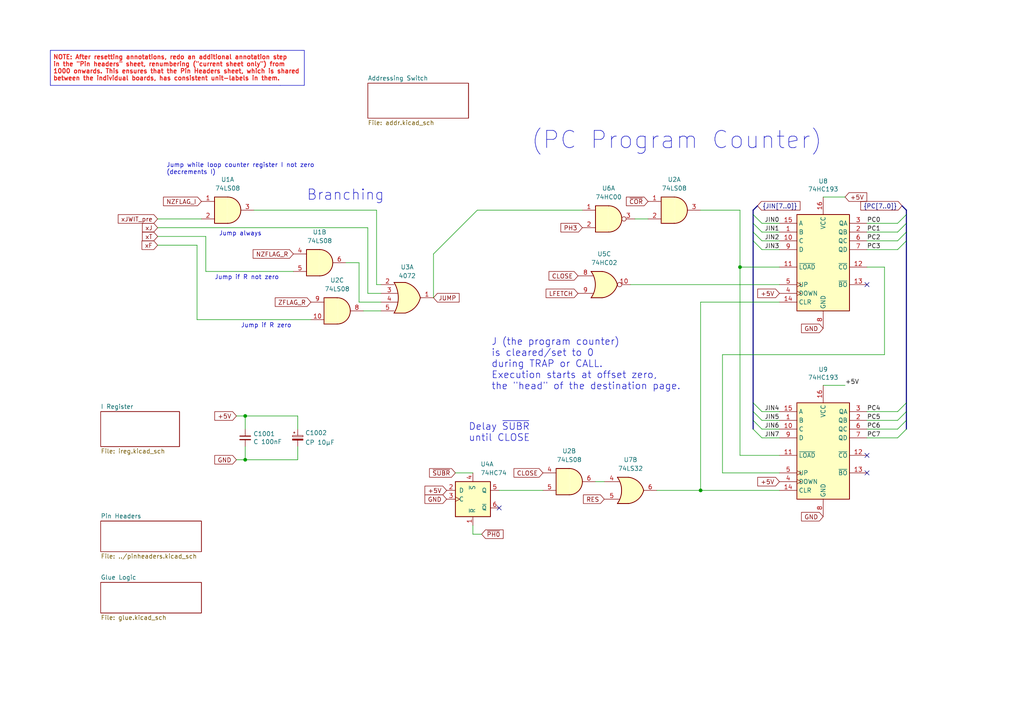
<source format=kicad_sch>
(kicad_sch (version 20231120) (generator "eeschema") (generator_version "8.0")
  (paper "A4")
  (title_block (title "Myth Microcontroller Project") (date "2024-09-21") (rev "1") (company "Picwok.com") (comment 1 "Project Contact: mim@ok-schalter.de (Michael)") (comment 2 "Author: Copyr. 2024 Michael Mangelsdorf/Dosflange@github") (comment 3 "Counters Module") (comment 4 "Main Sheet"))
  (lib_symbols
    (symbol "4xxx:4072" (pin_names (offset 1.016))
      (property "Reference" "U" (at 0 1.27 0))
      (property "Value" "4072" (at 0 -1.27 0))
      (symbol "4072_1_1"
        (arc (start -3.81 -4.445) (mid -2.5908 0) (end -3.81 4.445) (stroke (width 0.254)))
        (arc (start -0.6096 -4.445) (mid 2.2246 -2.8422) (end 3.81 0) (stroke (width 0.254)) (fill (type background)))
        (polyline (pts (xy -3.81 -4.445) (xy -0.635 -4.445)) (stroke (width 0.254)) (fill (type background)))
        (polyline (pts (xy -3.81 4.445) (xy -0.635 4.445)) (stroke (width 0.254)) (fill (type background)))
        (polyline (pts (xy -0.635 4.445) (xy -3.81 4.445) (xy -3.81 4.445) (xy -3.6322 4.0894) (xy -3.0988 2.921) (xy -2.7686 1.6764) (xy -2.6162 0.4318) (xy -2.6416 -0.8636) (xy -2.8702 -2.1082) (xy -3.2512 -3.3274) (xy -3.81 -4.445) (xy -3.81 -4.445) (xy -0.635 -4.445)) (stroke (width -25.4)) (fill (type background)))
        (arc (start 3.81 0) (mid 2.2204 2.8379) (end -0.6096 4.445) (stroke (width 0.254)) (fill (type background)))
        (pin output line (at 7.62 0 180) (length 3.81) (name "~") (number "1"))
        (pin input line (at -7.62 3.81 0) (length 3.81) (name "~") (number "2"))
        (pin input line (at -7.62 1.27 0) (length 4.826) (name "~") (number "3"))
        (pin input line (at -7.62 -1.27 0) (length 4.826) (name "~") (number "4"))
        (pin input line (at -7.62 -3.81 0) (length 3.81) (name "~") (number "5"))
      )
      (symbol "4072_1_2"
        (arc (start -0.635 -4.445) (mid 3.7907 0) (end -0.635 4.445) (stroke (width 0.254)) (fill (type background)))
        (polyline (pts (xy -0.635 4.445) (xy -3.81 4.445) (xy -3.81 -4.445) (xy -0.635 -4.445)) (stroke (width 0.254)) (fill (type background)))
        (pin output inverted (at 7.62 0 180) (length 3.81) (name "~") (number "1"))
        (pin input inverted (at -7.62 3.81 0) (length 3.81) (name "~") (number "2"))
        (pin input inverted (at -7.62 1.27 0) (length 3.81) (name "~") (number "3"))
        (pin input inverted (at -7.62 -1.27 0) (length 3.81) (name "~") (number "4"))
        (pin input inverted (at -7.62 -3.81 0) (length 3.81) (name "~") (number "5"))
      )
      (symbol "4072_2_1"
        (arc (start -3.81 -4.445) (mid -2.5908 0) (end -3.81 4.445) (stroke (width 0.254)))
        (arc (start -0.6096 -4.445) (mid 2.2246 -2.8422) (end 3.81 0) (stroke (width 0.254)) (fill (type background)))
        (polyline (pts (xy -3.81 -4.445) (xy -0.635 -4.445)) (stroke (width 0.254)) (fill (type background)))
        (polyline (pts (xy -3.81 4.445) (xy -0.635 4.445)) (stroke (width 0.254)) (fill (type background)))
        (polyline (pts (xy -0.635 4.445) (xy -3.81 4.445) (xy -3.81 4.445) (xy -3.6322 4.0894) (xy -3.0988 2.921) (xy -2.7686 1.6764) (xy -2.6162 0.4318) (xy -2.6416 -0.8636) (xy -2.8702 -2.1082) (xy -3.2512 -3.3274) (xy -3.81 -4.445) (xy -3.81 -4.445) (xy -0.635 -4.445)) (stroke (width -25.4)) (fill (type background)))
        (arc (start 3.81 0) (mid 2.2204 2.8379) (end -0.6096 4.445) (stroke (width 0.254)) (fill (type background)))
        (pin input line (at -7.62 1.27 0) (length 4.826) (name "~") (number "10"))
        (pin input line (at -7.62 -1.27 0) (length 4.826) (name "~") (number "11"))
        (pin input line (at -7.62 -3.81 0) (length 3.81) (name "~") (number "12"))
        (pin output line (at 7.62 0 180) (length 3.81) (name "~") (number "13"))
        (pin input line (at -7.62 3.81 0) (length 3.81) (name "~") (number "9"))
      )
      (symbol "4072_2_2"
        (arc (start -0.635 -4.445) (mid 3.7907 0) (end -0.635 4.445) (stroke (width 0.254)) (fill (type background)))
        (polyline (pts (xy -0.635 4.445) (xy -3.81 4.445) (xy -3.81 -4.445) (xy -0.635 -4.445)) (stroke (width 0.254)) (fill (type background)))
        (pin input inverted (at -7.62 1.27 0) (length 3.81) (name "~") (number "10"))
        (pin input inverted (at -7.62 -1.27 0) (length 3.81) (name "~") (number "11"))
        (pin input inverted (at -7.62 -3.81 0) (length 3.81) (name "~") (number "12"))
        (pin output inverted (at 7.62 0 180) (length 3.81) (name "~") (number "13"))
        (pin input inverted (at -7.62 3.81 0) (length 3.81) (name "~") (number "9"))
      )
      (symbol "4072_3_0"
        (pin power_in line (at 0 12.7 270) (length 5.08) (name "VDD") (number "14"))
        (pin power_in line (at 0 -12.7 90) (length 5.08) (name "VSS") (number "7"))
      )
      (symbol "4072_3_1"
        (rectangle (start -5.08 7.62) (end 5.08 -7.62) (stroke (width 0.254)) (fill (type background)))
      )
    )
    (symbol "74xx:74HC00" (pin_names (offset 1.016))
      (property "Reference" "U" (at 0 1.27 0))
      (property "Value" "74HC00" (at 0 -1.27 0))
      (symbol "74HC00_1_1"
        (arc (start 0 -3.81) (mid 3.7934 0) (end 0 3.81) (stroke (width 0.254)) (fill (type background)))
        (polyline (pts (xy 0 3.81) (xy -3.81 3.81) (xy -3.81 -3.81) (xy 0 -3.81)) (stroke (width 0.254)) (fill (type background)))
        (pin input line (at -7.62 2.54 0) (length 3.81) (name "~") (number "1"))
        (pin input line (at -7.62 -2.54 0) (length 3.81) (name "~") (number "2"))
        (pin output inverted (at 7.62 0 180) (length 3.81) (name "~") (number "3"))
      )
      (symbol "74HC00_1_2"
        (arc (start -3.81 -3.81) (mid -2.589 0) (end -3.81 3.81) (stroke (width 0.254)))
        (arc (start -0.6096 -3.81) (mid 2.1842 -2.5851) (end 3.81 0) (stroke (width 0.254)) (fill (type background)))
        (polyline (pts (xy -3.81 -3.81) (xy -0.635 -3.81)) (stroke (width 0.254)) (fill (type background)))
        (polyline (pts (xy -3.81 3.81) (xy -0.635 3.81)) (stroke (width 0.254)) (fill (type background)))
        (polyline (pts (xy -0.635 3.81) (xy -3.81 3.81) (xy -3.81 3.81) (xy -3.556 3.4036) (xy -3.0226 2.2606) (xy -2.6924 1.0414) (xy -2.6162 -0.254) (xy -2.7686 -1.4986) (xy -3.175 -2.7178) (xy -3.81 -3.81) (xy -3.81 -3.81) (xy -0.635 -3.81)) (stroke (width -25.4)) (fill (type background)))
        (arc (start 3.81 0) (mid 2.1915 2.5936) (end -0.6096 3.81) (stroke (width 0.254)) (fill (type background)))
        (pin input inverted (at -7.62 2.54 0) (length 4.318) (name "~") (number "1"))
        (pin input inverted (at -7.62 -2.54 0) (length 4.318) (name "~") (number "2"))
        (pin output line (at 7.62 0 180) (length 3.81) (name "~") (number "3"))
      )
      (symbol "74HC00_2_1"
        (arc (start 0 -3.81) (mid 3.7934 0) (end 0 3.81) (stroke (width 0.254)) (fill (type background)))
        (polyline (pts (xy 0 3.81) (xy -3.81 3.81) (xy -3.81 -3.81) (xy 0 -3.81)) (stroke (width 0.254)) (fill (type background)))
        (pin input line (at -7.62 2.54 0) (length 3.81) (name "~") (number "4"))
        (pin input line (at -7.62 -2.54 0) (length 3.81) (name "~") (number "5"))
        (pin output inverted (at 7.62 0 180) (length 3.81) (name "~") (number "6"))
      )
      (symbol "74HC00_2_2"
        (arc (start -3.81 -3.81) (mid -2.589 0) (end -3.81 3.81) (stroke (width 0.254)))
        (arc (start -0.6096 -3.81) (mid 2.1842 -2.5851) (end 3.81 0) (stroke (width 0.254)) (fill (type background)))
        (polyline (pts (xy -3.81 -3.81) (xy -0.635 -3.81)) (stroke (width 0.254)) (fill (type background)))
        (polyline (pts (xy -3.81 3.81) (xy -0.635 3.81)) (stroke (width 0.254)) (fill (type background)))
        (polyline (pts (xy -0.635 3.81) (xy -3.81 3.81) (xy -3.81 3.81) (xy -3.556 3.4036) (xy -3.0226 2.2606) (xy -2.6924 1.0414) (xy -2.6162 -0.254) (xy -2.7686 -1.4986) (xy -3.175 -2.7178) (xy -3.81 -3.81) (xy -3.81 -3.81) (xy -0.635 -3.81)) (stroke (width -25.4)) (fill (type background)))
        (arc (start 3.81 0) (mid 2.1915 2.5936) (end -0.6096 3.81) (stroke (width 0.254)) (fill (type background)))
        (pin input inverted (at -7.62 2.54 0) (length 4.318) (name "~") (number "4"))
        (pin input inverted (at -7.62 -2.54 0) (length 4.318) (name "~") (number "5"))
        (pin output line (at 7.62 0 180) (length 3.81) (name "~") (number "6"))
      )
      (symbol "74HC00_3_1"
        (arc (start 0 -3.81) (mid 3.7934 0) (end 0 3.81) (stroke (width 0.254)) (fill (type background)))
        (polyline (pts (xy 0 3.81) (xy -3.81 3.81) (xy -3.81 -3.81) (xy 0 -3.81)) (stroke (width 0.254)) (fill (type background)))
        (pin input line (at -7.62 -2.54 0) (length 3.81) (name "~") (number "10"))
        (pin output inverted (at 7.62 0 180) (length 3.81) (name "~") (number "8"))
        (pin input line (at -7.62 2.54 0) (length 3.81) (name "~") (number "9"))
      )
      (symbol "74HC00_3_2"
        (arc (start -3.81 -3.81) (mid -2.589 0) (end -3.81 3.81) (stroke (width 0.254)))
        (arc (start -0.6096 -3.81) (mid 2.1842 -2.5851) (end 3.81 0) (stroke (width 0.254)) (fill (type background)))
        (polyline (pts (xy -3.81 -3.81) (xy -0.635 -3.81)) (stroke (width 0.254)) (fill (type background)))
        (polyline (pts (xy -3.81 3.81) (xy -0.635 3.81)) (stroke (width 0.254)) (fill (type background)))
        (polyline (pts (xy -0.635 3.81) (xy -3.81 3.81) (xy -3.81 3.81) (xy -3.556 3.4036) (xy -3.0226 2.2606) (xy -2.6924 1.0414) (xy -2.6162 -0.254) (xy -2.7686 -1.4986) (xy -3.175 -2.7178) (xy -3.81 -3.81) (xy -3.81 -3.81) (xy -0.635 -3.81)) (stroke (width -25.4)) (fill (type background)))
        (arc (start 3.81 0) (mid 2.1915 2.5936) (end -0.6096 3.81) (stroke (width 0.254)) (fill (type background)))
        (pin input inverted (at -7.62 -2.54 0) (length 4.318) (name "~") (number "10"))
        (pin output line (at 7.62 0 180) (length 3.81) (name "~") (number "8"))
        (pin input inverted (at -7.62 2.54 0) (length 4.318) (name "~") (number "9"))
      )
      (symbol "74HC00_4_1"
        (arc (start 0 -3.81) (mid 3.7934 0) (end 0 3.81) (stroke (width 0.254)) (fill (type background)))
        (polyline (pts (xy 0 3.81) (xy -3.81 3.81) (xy -3.81 -3.81) (xy 0 -3.81)) (stroke (width 0.254)) (fill (type background)))
        (pin output inverted (at 7.62 0 180) (length 3.81) (name "~") (number "11"))
        (pin input line (at -7.62 2.54 0) (length 3.81) (name "~") (number "12"))
        (pin input line (at -7.62 -2.54 0) (length 3.81) (name "~") (number "13"))
      )
      (symbol "74HC00_4_2"
        (arc (start -3.81 -3.81) (mid -2.589 0) (end -3.81 3.81) (stroke (width 0.254)))
        (arc (start -0.6096 -3.81) (mid 2.1842 -2.5851) (end 3.81 0) (stroke (width 0.254)) (fill (type background)))
        (polyline (pts (xy -3.81 -3.81) (xy -0.635 -3.81)) (stroke (width 0.254)) (fill (type background)))
        (polyline (pts (xy -3.81 3.81) (xy -0.635 3.81)) (stroke (width 0.254)) (fill (type background)))
        (polyline (pts (xy -0.635 3.81) (xy -3.81 3.81) (xy -3.81 3.81) (xy -3.556 3.4036) (xy -3.0226 2.2606) (xy -2.6924 1.0414) (xy -2.6162 -0.254) (xy -2.7686 -1.4986) (xy -3.175 -2.7178) (xy -3.81 -3.81) (xy -3.81 -3.81) (xy -0.635 -3.81)) (stroke (width -25.4)) (fill (type background)))
        (arc (start 3.81 0) (mid 2.1915 2.5936) (end -0.6096 3.81) (stroke (width 0.254)) (fill (type background)))
        (pin output line (at 7.62 0 180) (length 3.81) (name "~") (number "11"))
        (pin input inverted (at -7.62 2.54 0) (length 4.318) (name "~") (number "12"))
        (pin input inverted (at -7.62 -2.54 0) (length 4.318) (name "~") (number "13"))
      )
      (symbol "74HC00_5_0"
        (pin power_in line (at 0 12.7 270) (length 5.08) (name "VCC") (number "14"))
        (pin power_in line (at 0 -12.7 90) (length 5.08) (name "GND") (number "7"))
      )
      (symbol "74HC00_5_1"
        (rectangle (start -5.08 7.62) (end 5.08 -7.62) (stroke (width 0.254)) (fill (type background)))
      )
    )
    (symbol "74xx:74HC02" (pin_names (offset 1.016))
      (property "Reference" "U" (at 0 1.27 0))
      (property "Value" "74HC02" (at 0 -1.27 0))
      (symbol "74HC02_1_1"
        (arc (start -3.81 -3.81) (mid -2.589 0) (end -3.81 3.81) (stroke (width 0.254)))
        (arc (start -0.6096 -3.81) (mid 2.1842 -2.5851) (end 3.81 0) (stroke (width 0.254)) (fill (type background)))
        (polyline (pts (xy -3.81 -3.81) (xy -0.635 -3.81)) (stroke (width 0.254)) (fill (type background)))
        (polyline (pts (xy -3.81 3.81) (xy -0.635 3.81)) (stroke (width 0.254)) (fill (type background)))
        (polyline (pts (xy -0.635 3.81) (xy -3.81 3.81) (xy -3.81 3.81) (xy -3.556 3.4036) (xy -3.0226 2.2606) (xy -2.6924 1.0414) (xy -2.6162 -0.254) (xy -2.7686 -1.4986) (xy -3.175 -2.7178) (xy -3.81 -3.81) (xy -3.81 -3.81) (xy -0.635 -3.81)) (stroke (width -25.4)) (fill (type background)))
        (arc (start 3.81 0) (mid 2.1915 2.5936) (end -0.6096 3.81) (stroke (width 0.254)) (fill (type background)))
        (pin output inverted (at 7.62 0 180) (length 3.81) (name "~") (number "1"))
        (pin input line (at -7.62 2.54 0) (length 4.318) (name "~") (number "2"))
        (pin input line (at -7.62 -2.54 0) (length 4.318) (name "~") (number "3"))
      )
      (symbol "74HC02_1_2"
        (arc (start 0 -3.81) (mid 3.7934 0) (end 0 3.81) (stroke (width 0.254)) (fill (type background)))
        (polyline (pts (xy 0 3.81) (xy -3.81 3.81) (xy -3.81 -3.81) (xy 0 -3.81)) (stroke (width 0.254)) (fill (type background)))
        (pin output line (at 7.62 0 180) (length 3.81) (name "~") (number "1"))
        (pin input inverted (at -7.62 2.54 0) (length 3.81) (name "~") (number "2"))
        (pin input inverted (at -7.62 -2.54 0) (length 3.81) (name "~") (number "3"))
      )
      (symbol "74HC02_2_1"
        (arc (start -3.81 -3.81) (mid -2.589 0) (end -3.81 3.81) (stroke (width 0.254)))
        (arc (start -0.6096 -3.81) (mid 2.1842 -2.5851) (end 3.81 0) (stroke (width 0.254)) (fill (type background)))
        (polyline (pts (xy -3.81 -3.81) (xy -0.635 -3.81)) (stroke (width 0.254)) (fill (type background)))
        (polyline (pts (xy -3.81 3.81) (xy -0.635 3.81)) (stroke (width 0.254)) (fill (type background)))
        (polyline (pts (xy -0.635 3.81) (xy -3.81 3.81) (xy -3.81 3.81) (xy -3.556 3.4036) (xy -3.0226 2.2606) (xy -2.6924 1.0414) (xy -2.6162 -0.254) (xy -2.7686 -1.4986) (xy -3.175 -2.7178) (xy -3.81 -3.81) (xy -3.81 -3.81) (xy -0.635 -3.81)) (stroke (width -25.4)) (fill (type background)))
        (arc (start 3.81 0) (mid 2.1915 2.5936) (end -0.6096 3.81) (stroke (width 0.254)) (fill (type background)))
        (pin output inverted (at 7.62 0 180) (length 3.81) (name "~") (number "4"))
        (pin input line (at -7.62 2.54 0) (length 4.318) (name "~") (number "5"))
        (pin input line (at -7.62 -2.54 0) (length 4.318) (name "~") (number "6"))
      )
      (symbol "74HC02_2_2"
        (arc (start 0 -3.81) (mid 3.7934 0) (end 0 3.81) (stroke (width 0.254)) (fill (type background)))
        (polyline (pts (xy 0 3.81) (xy -3.81 3.81) (xy -3.81 -3.81) (xy 0 -3.81)) (stroke (width 0.254)) (fill (type background)))
        (pin output line (at 7.62 0 180) (length 3.81) (name "~") (number "4"))
        (pin input inverted (at -7.62 2.54 0) (length 3.81) (name "~") (number "5"))
        (pin input inverted (at -7.62 -2.54 0) (length 3.81) (name "~") (number "6"))
      )
      (symbol "74HC02_3_1"
        (arc (start -3.81 -3.81) (mid -2.589 0) (end -3.81 3.81) (stroke (width 0.254)))
        (arc (start -0.6096 -3.81) (mid 2.1842 -2.5851) (end 3.81 0) (stroke (width 0.254)) (fill (type background)))
        (polyline (pts (xy -3.81 -3.81) (xy -0.635 -3.81)) (stroke (width 0.254)) (fill (type background)))
        (polyline (pts (xy -3.81 3.81) (xy -0.635 3.81)) (stroke (width 0.254)) (fill (type background)))
        (polyline (pts (xy -0.635 3.81) (xy -3.81 3.81) (xy -3.81 3.81) (xy -3.556 3.4036) (xy -3.0226 2.2606) (xy -2.6924 1.0414) (xy -2.6162 -0.254) (xy -2.7686 -1.4986) (xy -3.175 -2.7178) (xy -3.81 -3.81) (xy -3.81 -3.81) (xy -0.635 -3.81)) (stroke (width -25.4)) (fill (type background)))
        (arc (start 3.81 0) (mid 2.1915 2.5936) (end -0.6096 3.81) (stroke (width 0.254)) (fill (type background)))
        (pin output inverted (at 7.62 0 180) (length 3.81) (name "~") (number "10"))
        (pin input line (at -7.62 2.54 0) (length 4.318) (name "~") (number "8"))
        (pin input line (at -7.62 -2.54 0) (length 4.318) (name "~") (number "9"))
      )
      (symbol "74HC02_3_2"
        (arc (start 0 -3.81) (mid 3.7934 0) (end 0 3.81) (stroke (width 0.254)) (fill (type background)))
        (polyline (pts (xy 0 3.81) (xy -3.81 3.81) (xy -3.81 -3.81) (xy 0 -3.81)) (stroke (width 0.254)) (fill (type background)))
        (pin output line (at 7.62 0 180) (length 3.81) (name "~") (number "10"))
        (pin input inverted (at -7.62 2.54 0) (length 3.81) (name "~") (number "8"))
        (pin input inverted (at -7.62 -2.54 0) (length 3.81) (name "~") (number "9"))
      )
      (symbol "74HC02_4_1"
        (arc (start -3.81 -3.81) (mid -2.589 0) (end -3.81 3.81) (stroke (width 0.254)))
        (arc (start -0.6096 -3.81) (mid 2.1842 -2.5851) (end 3.81 0) (stroke (width 0.254)) (fill (type background)))
        (polyline (pts (xy -3.81 -3.81) (xy -0.635 -3.81)) (stroke (width 0.254)) (fill (type background)))
        (polyline (pts (xy -3.81 3.81) (xy -0.635 3.81)) (stroke (width 0.254)) (fill (type background)))
        (polyline (pts (xy -0.635 3.81) (xy -3.81 3.81) (xy -3.81 3.81) (xy -3.556 3.4036) (xy -3.0226 2.2606) (xy -2.6924 1.0414) (xy -2.6162 -0.254) (xy -2.7686 -1.4986) (xy -3.175 -2.7178) (xy -3.81 -3.81) (xy -3.81 -3.81) (xy -0.635 -3.81)) (stroke (width -25.4)) (fill (type background)))
        (arc (start 3.81 0) (mid 2.1915 2.5936) (end -0.6096 3.81) (stroke (width 0.254)) (fill (type background)))
        (pin input line (at -7.62 2.54 0) (length 4.318) (name "~") (number "11"))
        (pin input line (at -7.62 -2.54 0) (length 4.318) (name "~") (number "12"))
        (pin output inverted (at 7.62 0 180) (length 3.81) (name "~") (number "13"))
      )
      (symbol "74HC02_4_2"
        (arc (start 0 -3.81) (mid 3.7934 0) (end 0 3.81) (stroke (width 0.254)) (fill (type background)))
        (polyline (pts (xy 0 3.81) (xy -3.81 3.81) (xy -3.81 -3.81) (xy 0 -3.81)) (stroke (width 0.254)) (fill (type background)))
        (pin input inverted (at -7.62 2.54 0) (length 3.81) (name "~") (number "11"))
        (pin input inverted (at -7.62 -2.54 0) (length 3.81) (name "~") (number "12"))
        (pin output line (at 7.62 0 180) (length 3.81) (name "~") (number "13"))
      )
      (symbol "74HC02_5_0"
        (pin power_in line (at 0 12.7 270) (length 5.08) (name "VCC") (number "14"))
        (pin power_in line (at 0 -12.7 90) (length 5.08) (name "GND") (number "7"))
      )
      (symbol "74HC02_5_1"
        (rectangle (start -5.08 7.62) (end 5.08 -7.62) (stroke (width 0.254)) (fill (type background)))
      )
    )
    (symbol "74xx:74HC74" (pin_names (offset 1.016))
      (property "Reference" "U" (at -7.62 8.89 0))
      (property "Value" "74HC74" (at -7.62 -8.89 0))
      (symbol "74HC74_1_0"
        (pin input line (at 0 -7.62 90) (length 2.54) (name "~{R}") (number "1"))
        (pin input line (at -7.62 2.54 0) (length 2.54) (name "D") (number "2"))
        (pin input clock (at -7.62 0 0) (length 2.54) (name "C") (number "3"))
        (pin input line (at 0 7.62 270) (length 2.54) (name "~{S}") (number "4"))
        (pin output line (at 7.62 2.54 180) (length 2.54) (name "Q") (number "5"))
        (pin output line (at 7.62 -2.54 180) (length 2.54) (name "~{Q}") (number "6"))
      )
      (symbol "74HC74_1_1"
        (rectangle (start -5.08 5.08) (end 5.08 -5.08) (stroke (width 0.254)) (fill (type background)))
      )
      (symbol "74HC74_2_0"
        (pin input line (at 0 7.62 270) (length 2.54) (name "~{S}") (number "10"))
        (pin input clock (at -7.62 0 0) (length 2.54) (name "C") (number "11"))
        (pin input line (at -7.62 2.54 0) (length 2.54) (name "D") (number "12"))
        (pin input line (at 0 -7.62 90) (length 2.54) (name "~{R}") (number "13"))
        (pin output line (at 7.62 -2.54 180) (length 2.54) (name "~{Q}") (number "8"))
        (pin output line (at 7.62 2.54 180) (length 2.54) (name "Q") (number "9"))
      )
      (symbol "74HC74_2_1"
        (rectangle (start -5.08 5.08) (end 5.08 -5.08) (stroke (width 0.254)) (fill (type background)))
      )
      (symbol "74HC74_3_0"
        (pin power_in line (at 0 10.16 270) (length 2.54) (name "VCC") (number "14"))
        (pin power_in line (at 0 -10.16 90) (length 2.54) (name "GND") (number "7"))
      )
      (symbol "74HC74_3_1"
        (rectangle (start -5.08 7.62) (end 5.08 -7.62) (stroke (width 0.254)) (fill (type background)))
      )
    )
    (symbol "74xx:74LS08" (pin_names (offset 1.016))
      (property "Reference" "U" (at 0 1.27 0))
      (property "Value" "74LS08" (at 0 -1.27 0))
      (symbol "74LS08_1_1"
        (arc (start 0 -3.81) (mid 3.7934 0) (end 0 3.81) (stroke (width 0.254)) (fill (type background)))
        (polyline (pts (xy 0 3.81) (xy -3.81 3.81) (xy -3.81 -3.81) (xy 0 -3.81)) (stroke (width 0.254)) (fill (type background)))
        (pin input line (at -7.62 2.54 0) (length 3.81) (name "~") (number "1"))
        (pin input line (at -7.62 -2.54 0) (length 3.81) (name "~") (number "2"))
        (pin output line (at 7.62 0 180) (length 3.81) (name "~") (number "3"))
      )
      (symbol "74LS08_1_2"
        (arc (start -3.81 -3.81) (mid -2.589 0) (end -3.81 3.81) (stroke (width 0.254)))
        (arc (start -0.6096 -3.81) (mid 2.1855 -2.584) (end 3.81 0) (stroke (width 0.254)) (fill (type background)))
        (polyline (pts (xy -3.81 -3.81) (xy -0.635 -3.81)) (stroke (width 0.254)) (fill (type background)))
        (polyline (pts (xy -3.81 3.81) (xy -0.635 3.81)) (stroke (width 0.254)) (fill (type background)))
        (polyline (pts (xy -0.635 3.81) (xy -3.81 3.81) (xy -3.81 3.81) (xy -3.556 3.4036) (xy -3.0226 2.2606) (xy -2.6924 1.0414) (xy -2.6162 -0.254) (xy -2.7686 -1.4986) (xy -3.175 -2.7178) (xy -3.81 -3.81) (xy -3.81 -3.81) (xy -0.635 -3.81)) (stroke (width -25.4)) (fill (type background)))
        (arc (start 3.81 0) (mid 2.1928 2.5925) (end -0.6096 3.81) (stroke (width 0.254)) (fill (type background)))
        (pin input inverted (at -7.62 2.54 0) (length 4.318) (name "~") (number "1"))
        (pin input inverted (at -7.62 -2.54 0) (length 4.318) (name "~") (number "2"))
        (pin output inverted (at 7.62 0 180) (length 3.81) (name "~") (number "3"))
      )
      (symbol "74LS08_2_1"
        (arc (start 0 -3.81) (mid 3.7934 0) (end 0 3.81) (stroke (width 0.254)) (fill (type background)))
        (polyline (pts (xy 0 3.81) (xy -3.81 3.81) (xy -3.81 -3.81) (xy 0 -3.81)) (stroke (width 0.254)) (fill (type background)))
        (pin input line (at -7.62 2.54 0) (length 3.81) (name "~") (number "4"))
        (pin input line (at -7.62 -2.54 0) (length 3.81) (name "~") (number "5"))
        (pin output line (at 7.62 0 180) (length 3.81) (name "~") (number "6"))
      )
      (symbol "74LS08_2_2"
        (arc (start -3.81 -3.81) (mid -2.589 0) (end -3.81 3.81) (stroke (width 0.254)))
        (arc (start -0.6096 -3.81) (mid 2.1855 -2.584) (end 3.81 0) (stroke (width 0.254)) (fill (type background)))
        (polyline (pts (xy -3.81 -3.81) (xy -0.635 -3.81)) (stroke (width 0.254)) (fill (type background)))
        (polyline (pts (xy -3.81 3.81) (xy -0.635 3.81)) (stroke (width 0.254)) (fill (type background)))
        (polyline (pts (xy -0.635 3.81) (xy -3.81 3.81) (xy -3.81 3.81) (xy -3.556 3.4036) (xy -3.0226 2.2606) (xy -2.6924 1.0414) (xy -2.6162 -0.254) (xy -2.7686 -1.4986) (xy -3.175 -2.7178) (xy -3.81 -3.81) (xy -3.81 -3.81) (xy -0.635 -3.81)) (stroke (width -25.4)) (fill (type background)))
        (arc (start 3.81 0) (mid 2.1928 2.5925) (end -0.6096 3.81) (stroke (width 0.254)) (fill (type background)))
        (pin input inverted (at -7.62 2.54 0) (length 4.318) (name "~") (number "4"))
        (pin input inverted (at -7.62 -2.54 0) (length 4.318) (name "~") (number "5"))
        (pin output inverted (at 7.62 0 180) (length 3.81) (name "~") (number "6"))
      )
      (symbol "74LS08_3_1"
        (arc (start 0 -3.81) (mid 3.7934 0) (end 0 3.81) (stroke (width 0.254)) (fill (type background)))
        (polyline (pts (xy 0 3.81) (xy -3.81 3.81) (xy -3.81 -3.81) (xy 0 -3.81)) (stroke (width 0.254)) (fill (type background)))
        (pin input line (at -7.62 -2.54 0) (length 3.81) (name "~") (number "10"))
        (pin output line (at 7.62 0 180) (length 3.81) (name "~") (number "8"))
        (pin input line (at -7.62 2.54 0) (length 3.81) (name "~") (number "9"))
      )
      (symbol "74LS08_3_2"
        (arc (start -3.81 -3.81) (mid -2.589 0) (end -3.81 3.81) (stroke (width 0.254)))
        (arc (start -0.6096 -3.81) (mid 2.1855 -2.584) (end 3.81 0) (stroke (width 0.254)) (fill (type background)))
        (polyline (pts (xy -3.81 -3.81) (xy -0.635 -3.81)) (stroke (width 0.254)) (fill (type background)))
        (polyline (pts (xy -3.81 3.81) (xy -0.635 3.81)) (stroke (width 0.254)) (fill (type background)))
        (polyline (pts (xy -0.635 3.81) (xy -3.81 3.81) (xy -3.81 3.81) (xy -3.556 3.4036) (xy -3.0226 2.2606) (xy -2.6924 1.0414) (xy -2.6162 -0.254) (xy -2.7686 -1.4986) (xy -3.175 -2.7178) (xy -3.81 -3.81) (xy -3.81 -3.81) (xy -0.635 -3.81)) (stroke (width -25.4)) (fill (type background)))
        (arc (start 3.81 0) (mid 2.1928 2.5925) (end -0.6096 3.81) (stroke (width 0.254)) (fill (type background)))
        (pin input inverted (at -7.62 -2.54 0) (length 4.318) (name "~") (number "10"))
        (pin output inverted (at 7.62 0 180) (length 3.81) (name "~") (number "8"))
        (pin input inverted (at -7.62 2.54 0) (length 4.318) (name "~") (number "9"))
      )
      (symbol "74LS08_4_1"
        (arc (start 0 -3.81) (mid 3.7934 0) (end 0 3.81) (stroke (width 0.254)) (fill (type background)))
        (polyline (pts (xy 0 3.81) (xy -3.81 3.81) (xy -3.81 -3.81) (xy 0 -3.81)) (stroke (width 0.254)) (fill (type background)))
        (pin output line (at 7.62 0 180) (length 3.81) (name "~") (number "11"))
        (pin input line (at -7.62 2.54 0) (length 3.81) (name "~") (number "12"))
        (pin input line (at -7.62 -2.54 0) (length 3.81) (name "~") (number "13"))
      )
      (symbol "74LS08_4_2"
        (arc (start -3.81 -3.81) (mid -2.589 0) (end -3.81 3.81) (stroke (width 0.254)))
        (arc (start -0.6096 -3.81) (mid 2.1855 -2.584) (end 3.81 0) (stroke (width 0.254)) (fill (type background)))
        (polyline (pts (xy -3.81 -3.81) (xy -0.635 -3.81)) (stroke (width 0.254)) (fill (type background)))
        (polyline (pts (xy -3.81 3.81) (xy -0.635 3.81)) (stroke (width 0.254)) (fill (type background)))
        (polyline (pts (xy -0.635 3.81) (xy -3.81 3.81) (xy -3.81 3.81) (xy -3.556 3.4036) (xy -3.0226 2.2606) (xy -2.6924 1.0414) (xy -2.6162 -0.254) (xy -2.7686 -1.4986) (xy -3.175 -2.7178) (xy -3.81 -3.81) (xy -3.81 -3.81) (xy -0.635 -3.81)) (stroke (width -25.4)) (fill (type background)))
        (arc (start 3.81 0) (mid 2.1928 2.5925) (end -0.6096 3.81) (stroke (width 0.254)) (fill (type background)))
        (pin output inverted (at 7.62 0 180) (length 3.81) (name "~") (number "11"))
        (pin input inverted (at -7.62 2.54 0) (length 4.318) (name "~") (number "12"))
        (pin input inverted (at -7.62 -2.54 0) (length 4.318) (name "~") (number "13"))
      )
      (symbol "74LS08_5_0"
        (pin power_in line (at 0 12.7 270) (length 5.08) (name "VCC") (number "14"))
        (pin power_in line (at 0 -12.7 90) (length 5.08) (name "GND") (number "7"))
      )
      (symbol "74LS08_5_1"
        (rectangle (start -5.08 7.62) (end 5.08 -7.62) (stroke (width 0.254)) (fill (type background)))
      )
    )
    (symbol "74xx:74LS193"
      (property "Reference" "U" (at -7.62 13.97 0))
      (property "Value" "74LS193" (at 5.08 13.97 0))
      (symbol "74LS193_1_0"
        (pin input line (at -12.7 7.62 0) (length 5.08) (name "B") (number "1"))
        (pin input line (at -12.7 5.08 0) (length 5.08) (name "C") (number "10"))
        (pin input line (at -12.7 -2.54 0) (length 5.08) (name "~{LOAD}") (number "11"))
        (pin output line (at 12.7 -2.54 180) (length 5.08) (name "~{CO}") (number "12"))
        (pin output line (at 12.7 -7.62 180) (length 5.08) (name "~{BO}") (number "13"))
        (pin input line (at -12.7 -12.7 0) (length 5.08) (name "CLR") (number "14"))
        (pin input line (at -12.7 10.16 0) (length 5.08) (name "A") (number "15"))
        (pin power_in line (at 0 17.78 270) (length 5.08) (name "VCC") (number "16"))
        (pin output line (at 12.7 7.62 180) (length 5.08) (name "QB") (number "2"))
        (pin output line (at 12.7 10.16 180) (length 5.08) (name "QA") (number "3"))
        (pin input clock (at -12.7 -10.16 0) (length 5.08) (name "DOWN") (number "4"))
        (pin input clock (at -12.7 -7.62 0) (length 5.08) (name "UP") (number "5"))
        (pin output line (at 12.7 5.08 180) (length 5.08) (name "QC") (number "6"))
        (pin output line (at 12.7 2.54 180) (length 5.08) (name "QD") (number "7"))
        (pin power_in line (at 0 -20.32 90) (length 5.08) (name "GND") (number "8"))
        (pin input line (at -12.7 2.54 0) (length 5.08) (name "D") (number "9"))
      )
      (symbol "74LS193_1_1"
        (rectangle (start -7.62 12.7) (end 7.62 -15.24) (stroke (width 0.254)) (fill (type background)))
      )
    )
    (symbol "74xx:74LS32" (pin_names (offset 1.016))
      (property "Reference" "U" (at 0 1.27 0))
      (property "Value" "74LS32" (at 0 -1.27 0))
      (symbol "74LS32_1_1"
        (arc (start -3.81 -3.81) (mid -2.589 0) (end -3.81 3.81) (stroke (width 0.254)))
        (arc (start -0.6096 -3.81) (mid 2.1855 -2.584) (end 3.81 0) (stroke (width 0.254)) (fill (type background)))
        (polyline (pts (xy -3.81 -3.81) (xy -0.635 -3.81)) (stroke (width 0.254)) (fill (type background)))
        (polyline (pts (xy -3.81 3.81) (xy -0.635 3.81)) (stroke (width 0.254)) (fill (type background)))
        (polyline (pts (xy -0.635 3.81) (xy -3.81 3.81) (xy -3.81 3.81) (xy -3.556 3.4036) (xy -3.0226 2.2606) (xy -2.6924 1.0414) (xy -2.6162 -0.254) (xy -2.7686 -1.4986) (xy -3.175 -2.7178) (xy -3.81 -3.81) (xy -3.81 -3.81) (xy -0.635 -3.81)) (stroke (width -25.4)) (fill (type background)))
        (arc (start 3.81 0) (mid 2.1928 2.5925) (end -0.6096 3.81) (stroke (width 0.254)) (fill (type background)))
        (pin input line (at -7.62 2.54 0) (length 4.318) (name "~") (number "1"))
        (pin input line (at -7.62 -2.54 0) (length 4.318) (name "~") (number "2"))
        (pin output line (at 7.62 0 180) (length 3.81) (name "~") (number "3"))
      )
      (symbol "74LS32_1_2"
        (arc (start 0 -3.81) (mid 3.7934 0) (end 0 3.81) (stroke (width 0.254)) (fill (type background)))
        (polyline (pts (xy 0 3.81) (xy -3.81 3.81) (xy -3.81 -3.81) (xy 0 -3.81)) (stroke (width 0.254)) (fill (type background)))
        (pin input inverted (at -7.62 2.54 0) (length 3.81) (name "~") (number "1"))
        (pin input inverted (at -7.62 -2.54 0) (length 3.81) (name "~") (number "2"))
        (pin output inverted (at 7.62 0 180) (length 3.81) (name "~") (number "3"))
      )
      (symbol "74LS32_2_1"
        (arc (start -3.81 -3.81) (mid -2.589 0) (end -3.81 3.81) (stroke (width 0.254)))
        (arc (start -0.6096 -3.81) (mid 2.1855 -2.584) (end 3.81 0) (stroke (width 0.254)) (fill (type background)))
        (polyline (pts (xy -3.81 -3.81) (xy -0.635 -3.81)) (stroke (width 0.254)) (fill (type background)))
        (polyline (pts (xy -3.81 3.81) (xy -0.635 3.81)) (stroke (width 0.254)) (fill (type background)))
        (polyline (pts (xy -0.635 3.81) (xy -3.81 3.81) (xy -3.81 3.81) (xy -3.556 3.4036) (xy -3.0226 2.2606) (xy -2.6924 1.0414) (xy -2.6162 -0.254) (xy -2.7686 -1.4986) (xy -3.175 -2.7178) (xy -3.81 -3.81) (xy -3.81 -3.81) (xy -0.635 -3.81)) (stroke (width -25.4)) (fill (type background)))
        (arc (start 3.81 0) (mid 2.1928 2.5925) (end -0.6096 3.81) (stroke (width 0.254)) (fill (type background)))
        (pin input line (at -7.62 2.54 0) (length 4.318) (name "~") (number "4"))
        (pin input line (at -7.62 -2.54 0) (length 4.318) (name "~") (number "5"))
        (pin output line (at 7.62 0 180) (length 3.81) (name "~") (number "6"))
      )
      (symbol "74LS32_2_2"
        (arc (start 0 -3.81) (mid 3.7934 0) (end 0 3.81) (stroke (width 0.254)) (fill (type background)))
        (polyline (pts (xy 0 3.81) (xy -3.81 3.81) (xy -3.81 -3.81) (xy 0 -3.81)) (stroke (width 0.254)) (fill (type background)))
        (pin input inverted (at -7.62 2.54 0) (length 3.81) (name "~") (number "4"))
        (pin input inverted (at -7.62 -2.54 0) (length 3.81) (name "~") (number "5"))
        (pin output inverted (at 7.62 0 180) (length 3.81) (name "~") (number "6"))
      )
      (symbol "74LS32_3_1"
        (arc (start -3.81 -3.81) (mid -2.589 0) (end -3.81 3.81) (stroke (width 0.254)))
        (arc (start -0.6096 -3.81) (mid 2.1855 -2.584) (end 3.81 0) (stroke (width 0.254)) (fill (type background)))
        (polyline (pts (xy -3.81 -3.81) (xy -0.635 -3.81)) (stroke (width 0.254)) (fill (type background)))
        (polyline (pts (xy -3.81 3.81) (xy -0.635 3.81)) (stroke (width 0.254)) (fill (type background)))
        (polyline (pts (xy -0.635 3.81) (xy -3.81 3.81) (xy -3.81 3.81) (xy -3.556 3.4036) (xy -3.0226 2.2606) (xy -2.6924 1.0414) (xy -2.6162 -0.254) (xy -2.7686 -1.4986) (xy -3.175 -2.7178) (xy -3.81 -3.81) (xy -3.81 -3.81) (xy -0.635 -3.81)) (stroke (width -25.4)) (fill (type background)))
        (arc (start 3.81 0) (mid 2.1928 2.5925) (end -0.6096 3.81) (stroke (width 0.254)) (fill (type background)))
        (pin input line (at -7.62 -2.54 0) (length 4.318) (name "~") (number "10"))
        (pin output line (at 7.62 0 180) (length 3.81) (name "~") (number "8"))
        (pin input line (at -7.62 2.54 0) (length 4.318) (name "~") (number "9"))
      )
      (symbol "74LS32_3_2"
        (arc (start 0 -3.81) (mid 3.7934 0) (end 0 3.81) (stroke (width 0.254)) (fill (type background)))
        (polyline (pts (xy 0 3.81) (xy -3.81 3.81) (xy -3.81 -3.81) (xy 0 -3.81)) (stroke (width 0.254)) (fill (type background)))
        (pin input inverted (at -7.62 -2.54 0) (length 3.81) (name "~") (number "10"))
        (pin output inverted (at 7.62 0 180) (length 3.81) (name "~") (number "8"))
        (pin input inverted (at -7.62 2.54 0) (length 3.81) (name "~") (number "9"))
      )
      (symbol "74LS32_4_1"
        (arc (start -3.81 -3.81) (mid -2.589 0) (end -3.81 3.81) (stroke (width 0.254)))
        (arc (start -0.6096 -3.81) (mid 2.1855 -2.584) (end 3.81 0) (stroke (width 0.254)) (fill (type background)))
        (polyline (pts (xy -3.81 -3.81) (xy -0.635 -3.81)) (stroke (width 0.254)) (fill (type background)))
        (polyline (pts (xy -3.81 3.81) (xy -0.635 3.81)) (stroke (width 0.254)) (fill (type background)))
        (polyline (pts (xy -0.635 3.81) (xy -3.81 3.81) (xy -3.81 3.81) (xy -3.556 3.4036) (xy -3.0226 2.2606) (xy -2.6924 1.0414) (xy -2.6162 -0.254) (xy -2.7686 -1.4986) (xy -3.175 -2.7178) (xy -3.81 -3.81) (xy -3.81 -3.81) (xy -0.635 -3.81)) (stroke (width -25.4)) (fill (type background)))
        (arc (start 3.81 0) (mid 2.1928 2.5925) (end -0.6096 3.81) (stroke (width 0.254)) (fill (type background)))
        (pin output line (at 7.62 0 180) (length 3.81) (name "~") (number "11"))
        (pin input line (at -7.62 2.54 0) (length 4.318) (name "~") (number "12"))
        (pin input line (at -7.62 -2.54 0) (length 4.318) (name "~") (number "13"))
      )
      (symbol "74LS32_4_2"
        (arc (start 0 -3.81) (mid 3.7934 0) (end 0 3.81) (stroke (width 0.254)) (fill (type background)))
        (polyline (pts (xy 0 3.81) (xy -3.81 3.81) (xy -3.81 -3.81) (xy 0 -3.81)) (stroke (width 0.254)) (fill (type background)))
        (pin output inverted (at 7.62 0 180) (length 3.81) (name "~") (number "11"))
        (pin input inverted (at -7.62 2.54 0) (length 3.81) (name "~") (number "12"))
        (pin input inverted (at -7.62 -2.54 0) (length 3.81) (name "~") (number "13"))
      )
      (symbol "74LS32_5_0"
        (pin power_in line (at 0 12.7 270) (length 5.08) (name "VCC") (number "14"))
        (pin power_in line (at 0 -12.7 90) (length 5.08) (name "GND") (number "7"))
      )
      (symbol "74LS32_5_1"
        (rectangle (start -5.08 7.62) (end 5.08 -7.62) (stroke (width 0.254)) (fill (type background)))
      )
    )
    (symbol "Device:C_Polarized_Small" (pin_numbers hide) (pin_names (offset 0.254) hide)
      (property "Reference" "C" (at 0.254 1.778 0))
      (property "Value" "C_Polarized_Small" (at 0.254 -2.032 0))
      (symbol "C_Polarized_Small_0_1"
        (rectangle (start -1.524 -0.3048) (end 1.524 -0.6858) (fill (type outline)))
        (rectangle (start -1.524 0.6858) (end 1.524 0.3048))
        (polyline (pts (xy -1.27 1.524) (xy -0.762 1.524)))
        (polyline (pts (xy -1.016 1.27) (xy -1.016 1.778)))
      )
      (symbol "C_Polarized_Small_1_1"
        (pin passive line (at 0 2.54 270) (length 1.8542) (name "~") (number "1"))
        (pin passive line (at 0 -2.54 90) (length 1.8542) (name "~") (number "2"))
      )
    )
    (symbol "Device:C_Small" (pin_numbers hide) (pin_names (offset 0.254) hide)
      (property "Reference" "C" (at 0.254 1.778 0))
      (property "Value" "C_Small" (at 0.254 -2.032 0))
      (symbol "C_Small_0_1"
        (polyline (pts (xy -1.524 -0.508) (xy 1.524 -0.508)) (stroke (width 0.3302)))
        (polyline (pts (xy -1.524 0.508) (xy 1.524 0.508)) (stroke (width 0.3048)))
      )
      (symbol "C_Small_1_1"
        (pin passive line (at 0 2.54 270) (length 2.032) (name "~") (number "1"))
        (pin passive line (at 0 -2.54 90) (length 2.032) (name "~") (number "2"))
      )
    )
  )
  (junction (at 71.12 120.65))
  (junction (at 214.63 77.47))
  (junction (at 203.2 142.24))
  (junction (at 71.12 133.35))
  (no_connect (at 144.78 147.32))
  (no_connect (at 251.46 82.55))
  (no_connect (at 251.46 137.16))
  (no_connect (at 251.46 132.08))
  (bus_entry (at 262.89 69.85) (size -2.54 2.54))
  (bus_entry (at 218.44 121.92) (size 2.54 2.54))
  (bus_entry (at 218.44 124.46) (size 2.54 2.54))
  (bus_entry (at 262.89 64.77) (size -2.54 2.54))
  (bus_entry (at 262.89 119.38) (size -2.54 2.54))
  (bus_entry (at 218.44 67.31) (size 2.54 2.54))
  (bus_entry (at 262.89 124.46) (size -2.54 2.54))
  (bus_entry (at 218.44 69.85) (size 2.54 2.54))
  (bus_entry (at 262.89 116.84) (size -2.54 2.54))
  (bus_entry (at 262.89 62.23) (size -2.54 2.54))
  (bus_entry (at 218.44 116.84) (size 2.54 2.54))
  (bus_entry (at 262.89 121.92) (size -2.54 2.54))
  (bus_entry (at 218.44 64.77) (size 2.54 2.54))
  (bus_entry (at 262.89 67.31) (size -2.54 2.54))
  (bus_entry (at 218.44 119.38) (size 2.54 2.54))
  (bus_entry (at 218.44 62.23) (size 2.54 2.54))
  (wire (pts (xy 182.88 82.55) (xy 226.06 82.55)))
  (wire (pts (xy 251.46 121.92) (xy 260.35 121.92)))
  (polyline (pts (xy 81.28 24.765) (xy 88.265 24.765)))
  (wire (pts (xy 71.12 133.35) (xy 86.36 133.35)))
  (wire (pts (xy 203.2 142.24) (xy 226.06 142.24)))
  (bus (pts (xy 218.44 60.96) (xy 219.71 59.69)))
  (wire (pts (xy 251.46 69.85) (xy 260.35 69.85)))
  (bus (pts (xy 262.89 69.85) (xy 262.89 116.84)))
  (wire (pts (xy 184.15 63.5) (xy 187.96 63.5)))
  (wire (pts (xy 73.66 60.96) (xy 109.22 60.96)))
  (wire (pts (xy 214.63 77.47) (xy 214.63 132.08)))
  (polyline (pts (xy 81.28 14.605) (xy 87.63 14.605)))
  (bus (pts (xy 218.44 60.96) (xy 218.44 62.23)))
  (wire (pts (xy 104.14 87.63) (xy 110.49 87.63)))
  (wire (pts (xy 220.98 127) (xy 226.06 127)))
  (wire (pts (xy 220.98 121.92) (xy 226.06 121.92)))
  (wire (pts (xy 251.46 72.39) (xy 260.35 72.39)))
  (wire (pts (xy 190.5 142.24) (xy 203.2 142.24)))
  (wire (pts (xy 220.98 69.85) (xy 226.06 69.85)))
  (bus (pts (xy 218.44 119.38) (xy 218.44 121.92)))
  (wire (pts (xy 251.46 127) (xy 260.35 127)))
  (bus (pts (xy 218.44 62.23) (xy 218.44 64.77)))
  (wire (pts (xy 220.98 64.77) (xy 226.06 64.77)))
  (wire (pts (xy 106.68 85.09) (xy 106.68 66.04)))
  (wire (pts (xy 86.36 124.46) (xy 86.36 120.65)))
  (wire (pts (xy 57.15 92.71) (xy 57.15 71.12)))
  (bus (pts (xy 218.44 116.84) (xy 218.44 119.38)))
  (bus (pts (xy 262.89 116.84) (xy 262.89 119.38)))
  (wire (pts (xy 59.69 78.74) (xy 85.09 78.74)))
  (bus (pts (xy 261.62 59.69) (xy 262.89 60.96)))
  (wire (pts (xy 45.72 66.04) (xy 106.68 66.04)))
  (wire (pts (xy 209.55 102.87) (xy 256.54 102.87)))
  (wire (pts (xy 100.33 76.2) (xy 104.14 76.2)))
  (wire (pts (xy 110.49 82.55) (xy 109.22 82.55)))
  (wire (pts (xy 68.58 120.65) (xy 71.12 120.65)))
  (polyline (pts (xy 14.605 24.765) (xy 81.28 24.765)))
  (polyline (pts (xy 88.265 14.605) (xy 88.265 24.765)))
  (wire (pts (xy 45.72 63.5) (xy 58.42 63.5)))
  (wire (pts (xy 138.43 60.96) (xy 168.91 60.96)))
  (wire (pts (xy 59.69 78.74) (xy 59.69 68.58)))
  (bus (pts (xy 262.89 62.23) (xy 262.89 60.96)))
  (wire (pts (xy 104.14 87.63) (xy 104.14 76.2)))
  (wire (pts (xy 125.73 73.66) (xy 138.43 60.96)))
  (bus (pts (xy 218.44 121.92) (xy 218.44 124.46)))
  (wire (pts (xy 144.78 142.24) (xy 157.48 142.24)))
  (wire (pts (xy 238.76 57.15) (xy 245.11 57.15)))
  (wire (pts (xy 251.46 119.38) (xy 260.35 119.38)))
  (wire (pts (xy 256.54 77.47) (xy 256.54 102.87)))
  (wire (pts (xy 137.16 152.4) (xy 137.16 154.94)))
  (bus (pts (xy 262.89 64.77) (xy 262.89 67.31)))
  (wire (pts (xy 209.55 102.87) (xy 209.55 137.16)))
  (wire (pts (xy 214.63 132.08) (xy 226.06 132.08)))
  (wire (pts (xy 220.98 67.31) (xy 226.06 67.31)))
  (wire (pts (xy 245.11 111.76) (xy 238.76 111.76)))
  (wire (pts (xy 209.55 137.16) (xy 226.06 137.16)))
  (wire (pts (xy 220.98 119.38) (xy 226.06 119.38)))
  (wire (pts (xy 132.08 137.16) (xy 137.16 137.16)))
  (wire (pts (xy 71.12 120.65) (xy 86.36 120.65)))
  (wire (pts (xy 71.12 124.46) (xy 71.12 120.65)))
  (wire (pts (xy 68.58 133.35) (xy 71.12 133.35)))
  (wire (pts (xy 59.69 68.58) (xy 45.72 68.58)))
  (polyline (pts (xy 87.63 14.605) (xy 88.265 14.605)))
  (bus (pts (xy 218.44 64.77) (xy 218.44 67.31)))
  (bus (pts (xy 218.44 69.85) (xy 218.44 116.84)))
  (bus (pts (xy 262.89 119.38) (xy 262.89 121.92)))
  (wire (pts (xy 57.15 71.12) (xy 45.72 71.12)))
  (polyline (pts (xy 14.605 14.605) (xy 14.605 24.765)))
  (wire (pts (xy 172.72 139.7) (xy 175.26 139.7)))
  (wire (pts (xy 220.98 124.46) (xy 226.06 124.46)))
  (bus (pts (xy 262.89 121.92) (xy 262.89 124.46)))
  (wire (pts (xy 220.98 72.39) (xy 226.06 72.39)))
  (wire (pts (xy 110.49 85.09) (xy 106.68 85.09)))
  (bus (pts (xy 262.89 67.31) (xy 262.89 69.85)))
  (wire (pts (xy 137.16 154.94) (xy 139.7 154.94)))
  (bus (pts (xy 262.89 62.23) (xy 262.89 64.77)))
  (wire (pts (xy 203.2 87.63) (xy 226.06 87.63)))
  (wire (pts (xy 203.2 60.96) (xy 214.63 60.96)))
  (polyline (pts (xy 14.605 14.605) (xy 81.28 14.605)))
  (wire (pts (xy 214.63 60.96) (xy 214.63 77.47)))
  (wire (pts (xy 125.73 73.66) (xy 125.73 86.36)))
  (wire (pts (xy 86.36 129.54) (xy 86.36 133.35)))
  (wire (pts (xy 71.12 129.54) (xy 71.12 133.35)))
  (wire (pts (xy 251.46 67.31) (xy 260.35 67.31)))
  (wire (pts (xy 57.15 92.71) (xy 90.17 92.71)))
  (bus (pts (xy 218.44 67.31) (xy 218.44 69.85)))
  (wire (pts (xy 226.06 77.47) (xy 214.63 77.47)))
  (wire (pts (xy 109.22 82.55) (xy 109.22 60.96)))
  (wire (pts (xy 251.46 77.47) (xy 256.54 77.47)))
  (wire (pts (xy 251.46 64.77) (xy 260.35 64.77)))
  (wire (pts (xy 251.46 124.46) (xy 260.35 124.46)))
  (wire (pts (xy 105.41 90.17) (xy 110.49 90.17)))
  (wire (pts (xy 203.2 87.63) (xy 203.2 142.24)))
  (text "Jump always" (at 63.5 68.58 0) (effects (font (size 1.27 1.27)) (justify left bottom)))
  (text "(PC Program Counter)" (at 153.924 43.688 0) (effects (font (size 5 5)) (justify left bottom)))
  (text "Branching" (at 88.9 58.42 0) (effects (font (size 3 3)) (justify left bottom)))
  (text "Jump if R zero" (at 69.85 95.25 0) (effects (font (size 1.27 1.27)) (justify left bottom)))
  (text "J (the program counter)\nis cleared/set to 0\nduring TRAP or CALL.\nExecution starts at offset zero,\nthe \"head\" of the destination page.\n" (at 142.494 113.284 0) (effects (font (size 2 2)) (justify left bottom)))
  (text "NOTE: After resetting annotations, redo an additional annotation step\nin the \"Pin headers\" sheet, renumbering (\"current sheet only\") from\n1000 onwards. This ensures that the Pin Headers sheet, which is shared\nbetween the individual boards, has consistent unit-labels in them." (at 15.367 23.622 0) (effects (font (size 1.27 1.27) (thickness 0.254) (bold yes)) (justify left bottom)))
  (text "Delay ~{SUBR}\nuntil CLOSE\n" (at 135.89 128.27 0) (effects (font (size 2 2)) (justify left bottom)))
  (text "Jump if R not zero" (at 62.23 81.28 0) (effects (font (size 1.27 1.27)) (justify left bottom)))
  (text "Jump while loop counter register I not zero\n(decrements I)" (at 48.26 50.8 0) (effects (font (size 1.27 1.27)) (justify left bottom)))
  (label "JIN1" (at 226.06 67.31 180))
  (label "PC7" (at 251.46 127 0))
  (label "PC1" (at 251.46 67.31 0))
  (label "JIN3" (at 226.06 72.39 180))
  (label "PC5" (at 251.46 121.92 0))
  (label "JIN6" (at 226.06 124.46 180))
  (label "PC0" (at 251.46 64.77 0))
  (label "JIN7" (at 226.06 127 180))
  (label "PC3" (at 251.46 72.39 0))
  (label "JIN5" (at 226.06 121.92 180))
  (label "JIN2" (at 226.06 69.85 180))
  (label "JIN0" (at 226.06 64.77 180))
  (label "PC2" (at 251.46 69.85 0))
  (label "PC4" (at 251.46 119.38 0))
  (label "PC6" (at 251.46 124.46 0))
  (label "JIN4" (at 226.06 119.38 180))
  (label "+5V" (at 245.11 111.76 0))
  (global_label "GND" (shape input) (at 68.58 133.35 180) (property "Intersheetrefs" "${INTERSHEET_REFS}" (effects (hide yes))))
  (global_label "PH3" (shape input) (at 168.91 66.04 180) (property "Intersheetrefs" "${INTERSHEET_REFS}" (effects (hide yes))))
  (global_label "xJ" (shape input) (at 45.72 66.04 180) (property "Intersheetrefs" "${INTERSHEET_REFS}" (effects (hide yes))))
  (global_label "LFETCH" (shape input) (at 167.64 85.09 180) (property "Intersheetrefs" "${INTERSHEET_REFS}" (effects (hide yes))))
  (global_label "+5V" (shape input) (at 226.06 139.7 180) (property "Intersheetrefs" "${INTERSHEET_REFS}" (effects (hide yes))))
  (global_label "~{PH0}" (shape input) (at 139.7 154.94 0) (property "Intersheetrefs" "${INTERSHEET_REFS}" (effects (hide yes))))
  (global_label "GND" (shape input) (at 238.76 149.86 180) (property "Intersheetrefs" "${INTERSHEET_REFS}" (effects (hide yes))))
  (global_label "NZFLAG_R" (shape input) (at 85.09 73.66 180) (property "Intersheetrefs" "${INTERSHEET_REFS}" (effects (hide yes))))
  (global_label "CLOSE" (shape input) (at 157.48 137.16 180) (property "Intersheetrefs" "${INTERSHEET_REFS}" (effects (hide yes))))
  (global_label "xT" (shape input) (at 45.72 68.58 180) (property "Intersheetrefs" "${INTERSHEET_REFS}" (effects (hide yes))))
  (global_label "{PC[7..0]}" (shape input) (at 261.62 59.69 180) (property "Intersheetrefs" "${INTERSHEET_REFS}" (effects (hide yes))))
  (global_label "xF" (shape input) (at 45.72 71.12 180) (property "Intersheetrefs" "${INTERSHEET_REFS}" (effects (hide yes))))
  (global_label "+5V" (shape input) (at 245.11 57.15 0) (property "Intersheetrefs" "${INTERSHEET_REFS}" (effects (hide yes))))
  (global_label "~{COR}" (shape input) (at 187.96 58.42 180) (property "Intersheetrefs" "${INTERSHEET_REFS}" (effects (hide yes))))
  (global_label "xJWIT_pre" (shape input) (at 45.72 63.5 180) (property "Intersheetrefs" "${INTERSHEET_REFS}" (effects (hide yes))))
  (global_label "JUMP" (shape input) (at 125.73 86.36 0) (property "Intersheetrefs" "${INTERSHEET_REFS}" (effects (hide yes))))
  (global_label "ZFLAG_R" (shape input) (at 90.17 87.63 180) (property "Intersheetrefs" "${INTERSHEET_REFS}" (effects (hide yes))))
  (global_label "+5V" (shape input) (at 68.58 120.65 180) (property "Intersheetrefs" "${INTERSHEET_REFS}" (effects (hide yes))))
  (global_label "+5V" (shape input) (at 226.06 85.09 180) (property "Intersheetrefs" "${INTERSHEET_REFS}" (effects (hide yes))))
  (global_label "CLOSE" (shape input) (at 167.64 80.01 180) (property "Intersheetrefs" "${INTERSHEET_REFS}" (effects (hide yes))))
  (global_label "GND" (shape input) (at 129.54 144.78 180) (property "Intersheetrefs" "${INTERSHEET_REFS}" (effects (hide yes))))
  (global_label "{JIN[7..0]}" (shape input) (at 219.71 59.69 0) (property "Intersheetrefs" "${INTERSHEET_REFS}" (effects (hide yes))))
  (global_label "NZFLAG_I" (shape input) (at 58.42 58.42 180) (property "Intersheetrefs" "${INTERSHEET_REFS}" (effects (hide yes))))
  (global_label "GND" (shape input) (at 238.76 95.25 180) (property "Intersheetrefs" "${INTERSHEET_REFS}" (effects (hide yes))))
  (global_label "~{SUBR}" (shape input) (at 132.08 137.16 180) (property "Intersheetrefs" "${INTERSHEET_REFS}" (effects (hide yes))))
  (global_label "RES" (shape input) (at 175.26 144.78 180) (property "Intersheetrefs" "${INTERSHEET_REFS}" (effects (hide yes))))
  (global_label "+5V" (shape input) (at 129.54 142.24 180) (property "Intersheetrefs" "${INTERSHEET_REFS}" (effects (hide yes))))
  (symbol (lib_id "4xxx:4072") (at 118.11 86.36 0) (unit 1)
    (property "Reference" "U3" (at 118.11 77.47 0))
    (property "Value" "4072" (at 118.11 80.01 0))
    (property "Footprint" "Package_DIP:DIP-14_W7.62mm_LongPads" (effects (hide yes)))
    (property "Datasheet" "http://www.intersil.com/content/dam/Intersil/documents/cd40/cd4071bms-72bms-75bms.pdf" (effects (hide yes)))
    (property "Description" "Dual 4 input OR gate" (effects (hide yes)))
  )
  (symbol (lib_id "74xx:74HC74") (at 137.16 144.78 0) (unit 1)
    (property "Reference" "U4" (at 139.3541 134.62 0) (effects (justify left)))
    (property "Value" "74HC74" (at 139.3541 137.16 0) (effects (justify left)))
    (property "Footprint" "Package_DIP:DIP-14_W7.62mm_LongPads" (effects (hide yes)))
    (property "Datasheet" "74xx/74hc_hct74.pdf" (effects (hide yes)))
    (property "Description" "Dual D Flip-flop, Set & Reset" (effects (hide yes)))
  )
  (symbol (lib_id "74xx:74LS08") (at 66.04 60.96 0) (unit 1)
    (property "Reference" "U1" (at 66.0317 52.07 0))
    (property "Value" "74LS08" (at 66.0317 54.61 0))
    (property "Footprint" "Package_DIP:DIP-14_W7.62mm_LongPads" (effects (hide yes)))
    (property "Datasheet" "http://www.ti.com/lit/gpn/sn74LS08" (effects (hide yes)))
    (property "Description" "Quad And2" (effects (hide yes)))
  )
  (symbol (lib_id "74xx:74LS193") (at 238.76 129.54 0) (unit 1)
    (property "Reference" "U9" (at 238.76 107.1626 0))
    (property "Value" "74HC193" (at 238.76 109.474 0))
    (property "Footprint" "Package_DIP:DIP-16_W7.62mm_Socket_LongPads" (effects (hide yes)))
    (property "Datasheet" "https://assets.nexperia.com/documents/data-sheet/74AHC_AHCT04.pdf" (effects (hide yes)))
  )
  (symbol (lib_id "74xx:74LS08") (at 195.58 60.96 0) (unit 1)
    (property "Reference" "U2" (at 195.5717 52.07 0))
    (property "Value" "74LS08" (at 195.5717 54.61 0))
    (property "Footprint" "Package_DIP:DIP-14_W7.62mm_LongPads" (effects (hide yes)))
    (property "Datasheet" "http://www.ti.com/lit/gpn/sn74LS08" (effects (hide yes)))
    (property "Description" "Quad And2" (effects (hide yes)))
  )
  (symbol (lib_id "74xx:74LS08") (at 92.71 76.2 0) (unit 2)
    (property "Reference" "U1" (at 92.7017 67.31 0))
    (property "Value" "74LS08" (at 92.7017 69.85 0))
    (property "Footprint" "Package_DIP:DIP-14_W7.62mm_LongPads" (effects (hide yes)))
    (property "Datasheet" "http://www.ti.com/lit/gpn/sn74LS08" (effects (hide yes)))
    (property "Description" "Quad And2" (effects (hide yes)))
  )
  (symbol (lib_id "74xx:74LS08") (at 165.1 139.7 0) (unit 2)
    (property "Reference" "U2" (at 165.0917 130.81 0))
    (property "Value" "74LS08" (at 165.0917 133.35 0))
    (property "Footprint" "Package_DIP:DIP-14_W7.62mm_LongPads" (effects (hide yes)))
    (property "Datasheet" "http://www.ti.com/lit/gpn/sn74LS08" (effects (hide yes)))
    (property "Description" "Quad And2" (effects (hide yes)))
  )
  (symbol (lib_id "74xx:74HC02") (at 175.26 82.55 0) (unit 3)
    (property "Reference" "U5" (at 175.26 73.66 0))
    (property "Value" "74HC02" (at 175.26 76.2 0))
    (property "Footprint" "Package_DIP:DIP-14_W7.62mm_LongPads" (effects (hide yes)))
    (property "Datasheet" "http://www.ti.com/lit/gpn/sn74hc02" (effects (hide yes)))
    (property "Description" "quad 2-input NOR gate" (effects (hide yes)))
  )
  (symbol (lib_id "74xx:74HC00") (at 176.53 63.5 0) (unit 1)
    (property "Reference" "U6" (at 176.5217 54.61 0))
    (property "Value" "74HC00" (at 176.5217 57.15 0))
    (property "Footprint" "Package_DIP:DIP-14_W7.62mm_LongPads" (effects (hide yes)))
    (property "Datasheet" "http://www.ti.com/lit/gpn/sn74hc00" (effects (hide yes)))
    (property "Description" "quad 2-input NAND gate" (effects (hide yes)))
  )
  (symbol (lib_id "Device:C_Small") (at 71.12 127 0) (unit 1)
    (property "Reference" "C1001" (at 73.4568 125.8316 0) (effects (justify left)))
    (property "Value" "C 100nF" (at 73.4568 128.143 0) (effects (justify left)))
    (property "Footprint" "Capacitor_THT:C_Disc_D5.0mm_W2.5mm_P2.50mm" (effects (hide yes)))
  )
  (symbol (lib_id "74xx:74LS32") (at 182.88 142.24 0) (unit 2)
    (property "Reference" "U7" (at 182.88 133.35 0))
    (property "Value" "74LS32" (at 182.88 135.89 0))
    (property "Footprint" "Package_DIP:DIP-14_W7.62mm_LongPads" (effects (hide yes)))
    (property "Datasheet" "http://www.ti.com/lit/gpn/sn74LS32" (effects (hide yes)))
    (property "Description" "Quad 2-input OR" (effects (hide yes)))
  )
  (symbol (lib_id "74xx:74LS193") (at 238.76 74.93 0) (unit 1)
    (property "Reference" "U8" (at 238.76 52.5526 0))
    (property "Value" "74HC193" (at 238.76 54.864 0))
    (property "Footprint" "Package_DIP:DIP-16_W7.62mm_Socket_LongPads" (effects (hide yes)))
    (property "Datasheet" "https://assets.nexperia.com/documents/data-sheet/74AHC_AHCT04.pdf" (effects (hide yes)))
  )
  (symbol (lib_id "Device:C_Polarized_Small") (at 86.36 127 0) (unit 1)
    (property "Reference" "C1002" (at 88.519 125.5454 0) (effects (justify left)))
    (property "Value" "CP 10μF" (at 88.519 128.3205 0) (effects (justify left)))
    (property "Footprint" "Capacitor_THT:CP_Radial_D6.3mm_P2.50mm" (effects (hide yes)))
  )
  (symbol (lib_id "74xx:74LS08") (at 97.79 90.17 0) (unit 3)
    (property "Reference" "U2" (at 97.7817 81.28 0))
    (property "Value" "74LS08" (at 97.7817 83.82 0))
    (property "Footprint" "Package_DIP:DIP-14_W7.62mm_LongPads" (effects (hide yes)))
    (property "Datasheet" "http://www.ti.com/lit/gpn/sn74LS08" (effects (hide yes)))
    (property "Description" "Quad And2" (effects (hide yes)))
  )
  (sheet (at 106.68 24.13) (size 29.21 10.16) (stroke (width 0.1524))
    (property "Sheetname" "Addressing Switch" (at 106.68 23.4184 0) (effects (justify left bottom)))
    (property "Sheetfile" "addr.kicad_sch" (at 106.68 34.8746 0) (effects (justify left top)))
  )
  (sheet (at 29.21 168.91) (size 29.21 8.89) (stroke (width 0.1524))
    (property "Sheetname" "Glue Logic" (at 29.21 168.1984 0) (effects (justify left bottom)))
    (property "Sheetfile" "glue.kicad_sch" (at 29.21 178.3846 0) (effects (justify left top)))
  )
  (sheet (at 29.21 151.13) (size 29.21 8.89) (stroke (width 0.1524))
    (property "Sheetname" "Pin Headers" (at 29.21 150.4184 0) (effects (justify left bottom)))
    (property "Sheetfile" "../pinheaders.kicad_sch" (at 29.21 160.6046 0) (effects (justify left top)))
  )
  (sheet (at 29.21 119.38) (size 22.86 10.16) (stroke (width 0.1524))
    (property "Sheetname" "I Register" (at 29.21 118.6684 0) (effects (justify left bottom)))
    (property "Sheetfile" "ireg.kicad_sch" (at 29.21 130.1246 0) (effects (justify left top)))
  )
)
</source>
